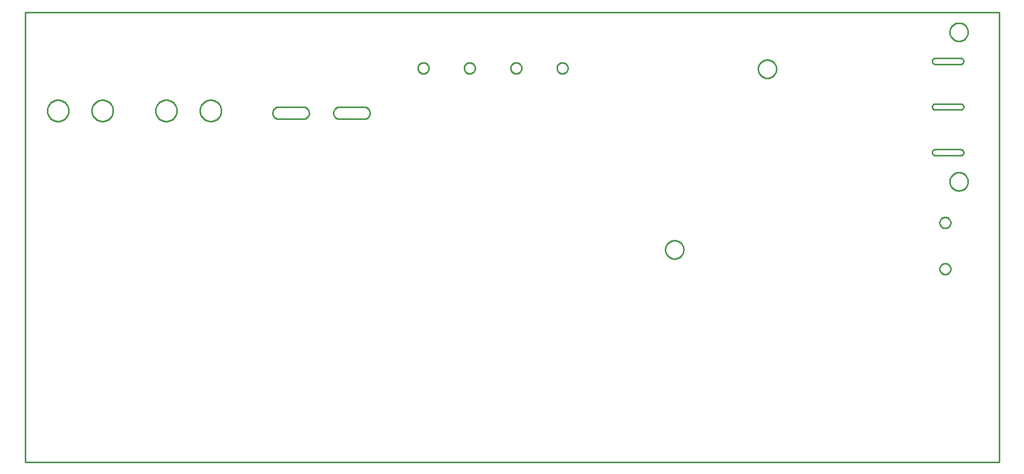
<source format=gbr>
G04 EAGLE Gerber RS-274X export*
G75*
%MOMM*%
%FSLAX34Y34*%
%LPD*%
%IN*%
%IPPOS*%
%AMOC8*
5,1,8,0,0,1.08239X$1,22.5*%
G01*
%ADD10C,0.254000*%


D10*
X0Y0D02*
X1600000Y0D01*
X1600000Y740000D01*
X0Y740000D01*
X0Y0D01*
X1495200Y504120D02*
X1536700Y504120D01*
X1537136Y504139D01*
X1537568Y504196D01*
X1537994Y504290D01*
X1538410Y504422D01*
X1538813Y504588D01*
X1539200Y504790D01*
X1539568Y505024D01*
X1539914Y505290D01*
X1540236Y505584D01*
X1540530Y505906D01*
X1540796Y506252D01*
X1541030Y506620D01*
X1541232Y507007D01*
X1541398Y507410D01*
X1541530Y507826D01*
X1541624Y508252D01*
X1541681Y508684D01*
X1541700Y509120D01*
X1541681Y509556D01*
X1541624Y509988D01*
X1541530Y510414D01*
X1541398Y510830D01*
X1541232Y511233D01*
X1541030Y511620D01*
X1540796Y511988D01*
X1540530Y512334D01*
X1540236Y512656D01*
X1539914Y512950D01*
X1539568Y513216D01*
X1539200Y513450D01*
X1538813Y513652D01*
X1538410Y513818D01*
X1537994Y513950D01*
X1537568Y514044D01*
X1537136Y514101D01*
X1536700Y514120D01*
X1495200Y514120D01*
X1494764Y514101D01*
X1494332Y514044D01*
X1493906Y513950D01*
X1493490Y513818D01*
X1493087Y513652D01*
X1492700Y513450D01*
X1492332Y513216D01*
X1491986Y512950D01*
X1491664Y512656D01*
X1491370Y512334D01*
X1491104Y511988D01*
X1490870Y511620D01*
X1490668Y511233D01*
X1490502Y510830D01*
X1490370Y510414D01*
X1490276Y509988D01*
X1490219Y509556D01*
X1490200Y509120D01*
X1490219Y508684D01*
X1490276Y508252D01*
X1490370Y507826D01*
X1490502Y507410D01*
X1490668Y507007D01*
X1490870Y506620D01*
X1491104Y506252D01*
X1491370Y505906D01*
X1491664Y505584D01*
X1491986Y505290D01*
X1492332Y505024D01*
X1492700Y504790D01*
X1493087Y504588D01*
X1493490Y504422D01*
X1493906Y504290D01*
X1494332Y504196D01*
X1494764Y504139D01*
X1495200Y504120D01*
X1495200Y579200D02*
X1536700Y579200D01*
X1537136Y579219D01*
X1537568Y579276D01*
X1537994Y579370D01*
X1538410Y579502D01*
X1538813Y579668D01*
X1539200Y579870D01*
X1539568Y580104D01*
X1539914Y580370D01*
X1540236Y580664D01*
X1540530Y580986D01*
X1540796Y581332D01*
X1541030Y581700D01*
X1541232Y582087D01*
X1541398Y582490D01*
X1541530Y582906D01*
X1541624Y583332D01*
X1541681Y583764D01*
X1541700Y584200D01*
X1541681Y584636D01*
X1541624Y585068D01*
X1541530Y585494D01*
X1541398Y585910D01*
X1541232Y586313D01*
X1541030Y586700D01*
X1540796Y587068D01*
X1540530Y587414D01*
X1540236Y587736D01*
X1539914Y588030D01*
X1539568Y588296D01*
X1539200Y588530D01*
X1538813Y588732D01*
X1538410Y588898D01*
X1537994Y589030D01*
X1537568Y589124D01*
X1537136Y589181D01*
X1536700Y589200D01*
X1495200Y589200D01*
X1494764Y589181D01*
X1494332Y589124D01*
X1493906Y589030D01*
X1493490Y588898D01*
X1493087Y588732D01*
X1492700Y588530D01*
X1492332Y588296D01*
X1491986Y588030D01*
X1491664Y587736D01*
X1491370Y587414D01*
X1491104Y587068D01*
X1490870Y586700D01*
X1490668Y586313D01*
X1490502Y585910D01*
X1490370Y585494D01*
X1490276Y585068D01*
X1490219Y584636D01*
X1490200Y584200D01*
X1490219Y583764D01*
X1490276Y583332D01*
X1490370Y582906D01*
X1490502Y582490D01*
X1490668Y582087D01*
X1490870Y581700D01*
X1491104Y581332D01*
X1491370Y580986D01*
X1491664Y580664D01*
X1491986Y580370D01*
X1492332Y580104D01*
X1492700Y579870D01*
X1493087Y579668D01*
X1493490Y579502D01*
X1493906Y579370D01*
X1494332Y579276D01*
X1494764Y579219D01*
X1495200Y579200D01*
X1495200Y654280D02*
X1536700Y654280D01*
X1537136Y654299D01*
X1537568Y654356D01*
X1537994Y654450D01*
X1538410Y654582D01*
X1538813Y654748D01*
X1539200Y654950D01*
X1539568Y655184D01*
X1539914Y655450D01*
X1540236Y655744D01*
X1540530Y656066D01*
X1540796Y656412D01*
X1541030Y656780D01*
X1541232Y657167D01*
X1541398Y657570D01*
X1541530Y657986D01*
X1541624Y658412D01*
X1541681Y658844D01*
X1541700Y659280D01*
X1541681Y659716D01*
X1541624Y660148D01*
X1541530Y660574D01*
X1541398Y660990D01*
X1541232Y661393D01*
X1541030Y661780D01*
X1540796Y662148D01*
X1540530Y662494D01*
X1540236Y662816D01*
X1539914Y663110D01*
X1539568Y663376D01*
X1539200Y663610D01*
X1538813Y663812D01*
X1538410Y663978D01*
X1537994Y664110D01*
X1537568Y664204D01*
X1537136Y664261D01*
X1536700Y664280D01*
X1495200Y664280D01*
X1494764Y664261D01*
X1494332Y664204D01*
X1493906Y664110D01*
X1493490Y663978D01*
X1493087Y663812D01*
X1492700Y663610D01*
X1492332Y663376D01*
X1491986Y663110D01*
X1491664Y662816D01*
X1491370Y662494D01*
X1491104Y662148D01*
X1490870Y661780D01*
X1490668Y661393D01*
X1490502Y660990D01*
X1490370Y660574D01*
X1490276Y660148D01*
X1490219Y659716D01*
X1490200Y659280D01*
X1490219Y658844D01*
X1490276Y658412D01*
X1490370Y657986D01*
X1490502Y657570D01*
X1490668Y657167D01*
X1490870Y656780D01*
X1491104Y656412D01*
X1491370Y656066D01*
X1491664Y655744D01*
X1491986Y655450D01*
X1492332Y655184D01*
X1492700Y654950D01*
X1493087Y654748D01*
X1493490Y654582D01*
X1493906Y654450D01*
X1494332Y654356D01*
X1494764Y654299D01*
X1495200Y654280D01*
X416410Y564040D02*
X456410Y564040D01*
X457282Y564078D01*
X458146Y564192D01*
X458998Y564381D01*
X459830Y564643D01*
X460636Y564977D01*
X461410Y565380D01*
X462146Y565848D01*
X462838Y566380D01*
X463481Y566969D01*
X464070Y567612D01*
X464602Y568304D01*
X465070Y569040D01*
X465473Y569814D01*
X465807Y570620D01*
X466069Y571452D01*
X466258Y572304D01*
X466372Y573168D01*
X466410Y574040D01*
X466372Y574912D01*
X466258Y575776D01*
X466069Y576628D01*
X465807Y577460D01*
X465473Y578266D01*
X465070Y579040D01*
X464602Y579776D01*
X464070Y580468D01*
X463481Y581111D01*
X462838Y581700D01*
X462146Y582232D01*
X461410Y582700D01*
X460636Y583103D01*
X459830Y583437D01*
X458998Y583699D01*
X458146Y583888D01*
X457282Y584002D01*
X456410Y584040D01*
X416410Y584040D01*
X415538Y584002D01*
X414674Y583888D01*
X413822Y583699D01*
X412990Y583437D01*
X412184Y583103D01*
X411410Y582700D01*
X410674Y582232D01*
X409982Y581700D01*
X409339Y581111D01*
X408750Y580468D01*
X408218Y579776D01*
X407750Y579040D01*
X407347Y578266D01*
X407013Y577460D01*
X406751Y576628D01*
X406562Y575776D01*
X406448Y574912D01*
X406410Y574040D01*
X406448Y573168D01*
X406562Y572304D01*
X406751Y571452D01*
X407013Y570620D01*
X407347Y569814D01*
X407750Y569040D01*
X408218Y568304D01*
X408750Y567612D01*
X409339Y566969D01*
X409982Y566380D01*
X410674Y565848D01*
X411410Y565380D01*
X412184Y564977D01*
X412990Y564643D01*
X413822Y564381D01*
X414674Y564192D01*
X415538Y564078D01*
X416410Y564040D01*
X516410Y564040D02*
X556410Y564040D01*
X557282Y564078D01*
X558146Y564192D01*
X558998Y564381D01*
X559830Y564643D01*
X560636Y564977D01*
X561410Y565380D01*
X562146Y565848D01*
X562838Y566380D01*
X563481Y566969D01*
X564070Y567612D01*
X564602Y568304D01*
X565070Y569040D01*
X565473Y569814D01*
X565807Y570620D01*
X566069Y571452D01*
X566258Y572304D01*
X566372Y573168D01*
X566410Y574040D01*
X566372Y574912D01*
X566258Y575776D01*
X566069Y576628D01*
X565807Y577460D01*
X565473Y578266D01*
X565070Y579040D01*
X564602Y579776D01*
X564070Y580468D01*
X563481Y581111D01*
X562838Y581700D01*
X562146Y582232D01*
X561410Y582700D01*
X560636Y583103D01*
X559830Y583437D01*
X558998Y583699D01*
X558146Y583888D01*
X557282Y584002D01*
X556410Y584040D01*
X516410Y584040D01*
X515538Y584002D01*
X514674Y583888D01*
X513822Y583699D01*
X512990Y583437D01*
X512184Y583103D01*
X511410Y582700D01*
X510674Y582232D01*
X509982Y581700D01*
X509339Y581111D01*
X508750Y580468D01*
X508218Y579776D01*
X507750Y579040D01*
X507347Y578266D01*
X507013Y577460D01*
X506751Y576628D01*
X506562Y575776D01*
X506448Y574912D01*
X506410Y574040D01*
X506448Y573168D01*
X506562Y572304D01*
X506751Y571452D01*
X507013Y570620D01*
X507347Y569814D01*
X507750Y569040D01*
X508218Y568304D01*
X508750Y567612D01*
X509339Y566969D01*
X509982Y566380D01*
X510674Y565848D01*
X511410Y565380D01*
X512184Y564977D01*
X512990Y564643D01*
X513822Y564381D01*
X514674Y564192D01*
X515538Y564078D01*
X516410Y564040D01*
X1511843Y402600D02*
X1512626Y402532D01*
X1513400Y402395D01*
X1514159Y402192D01*
X1514897Y401923D01*
X1515610Y401591D01*
X1516290Y401198D01*
X1516934Y400747D01*
X1517536Y400242D01*
X1518092Y399686D01*
X1518597Y399084D01*
X1519048Y398440D01*
X1519441Y397760D01*
X1519773Y397047D01*
X1520042Y396309D01*
X1520245Y395550D01*
X1520382Y394776D01*
X1520450Y393993D01*
X1520450Y393207D01*
X1520382Y392424D01*
X1520245Y391650D01*
X1520042Y390891D01*
X1519773Y390153D01*
X1519441Y389440D01*
X1519048Y388760D01*
X1518597Y388116D01*
X1518092Y387514D01*
X1517536Y386958D01*
X1516934Y386453D01*
X1516290Y386002D01*
X1515610Y385609D01*
X1514897Y385277D01*
X1514159Y385008D01*
X1513400Y384805D01*
X1512626Y384669D01*
X1511843Y384600D01*
X1511057Y384600D01*
X1510274Y384669D01*
X1509500Y384805D01*
X1508741Y385008D01*
X1508003Y385277D01*
X1507290Y385609D01*
X1506610Y386002D01*
X1505966Y386453D01*
X1505364Y386958D01*
X1504808Y387514D01*
X1504303Y388116D01*
X1503852Y388760D01*
X1503459Y389440D01*
X1503127Y390153D01*
X1502858Y390891D01*
X1502655Y391650D01*
X1502519Y392424D01*
X1502450Y393207D01*
X1502450Y393993D01*
X1502519Y394776D01*
X1502655Y395550D01*
X1502858Y396309D01*
X1503127Y397047D01*
X1503459Y397760D01*
X1503852Y398440D01*
X1504303Y399084D01*
X1504808Y399686D01*
X1505364Y400242D01*
X1505966Y400747D01*
X1506610Y401198D01*
X1507290Y401591D01*
X1508003Y401923D01*
X1508741Y402192D01*
X1509500Y402395D01*
X1510274Y402532D01*
X1511057Y402600D01*
X1511843Y402600D01*
X1511843Y326600D02*
X1512626Y326532D01*
X1513400Y326395D01*
X1514159Y326192D01*
X1514897Y325923D01*
X1515610Y325591D01*
X1516290Y325198D01*
X1516934Y324747D01*
X1517536Y324242D01*
X1518092Y323686D01*
X1518597Y323084D01*
X1519048Y322440D01*
X1519441Y321760D01*
X1519773Y321047D01*
X1520042Y320309D01*
X1520245Y319550D01*
X1520382Y318776D01*
X1520450Y317993D01*
X1520450Y317207D01*
X1520382Y316424D01*
X1520245Y315650D01*
X1520042Y314891D01*
X1519773Y314153D01*
X1519441Y313440D01*
X1519048Y312760D01*
X1518597Y312116D01*
X1518092Y311514D01*
X1517536Y310958D01*
X1516934Y310453D01*
X1516290Y310002D01*
X1515610Y309609D01*
X1514897Y309277D01*
X1514159Y309008D01*
X1513400Y308805D01*
X1512626Y308669D01*
X1511843Y308600D01*
X1511057Y308600D01*
X1510274Y308669D01*
X1509500Y308805D01*
X1508741Y309008D01*
X1508003Y309277D01*
X1507290Y309609D01*
X1506610Y310002D01*
X1505966Y310453D01*
X1505364Y310958D01*
X1504808Y311514D01*
X1504303Y312116D01*
X1503852Y312760D01*
X1503459Y313440D01*
X1503127Y314153D01*
X1502858Y314891D01*
X1502655Y315650D01*
X1502519Y316424D01*
X1502450Y317207D01*
X1502450Y317993D01*
X1502519Y318776D01*
X1502655Y319550D01*
X1502858Y320309D01*
X1503127Y321047D01*
X1503459Y321760D01*
X1503852Y322440D01*
X1504303Y323084D01*
X1504808Y323686D01*
X1505364Y324242D01*
X1505966Y324747D01*
X1506610Y325198D01*
X1507290Y325591D01*
X1508003Y325923D01*
X1508741Y326192D01*
X1509500Y326395D01*
X1510274Y326532D01*
X1511057Y326600D01*
X1511843Y326600D01*
X1218664Y631430D02*
X1217596Y631506D01*
X1216535Y631659D01*
X1215488Y631887D01*
X1214460Y632189D01*
X1213456Y632563D01*
X1212481Y633008D01*
X1211541Y633522D01*
X1210640Y634101D01*
X1209782Y634743D01*
X1208972Y635445D01*
X1208215Y636202D01*
X1207513Y637012D01*
X1206871Y637870D01*
X1206292Y638771D01*
X1205778Y639711D01*
X1205333Y640686D01*
X1204959Y641690D01*
X1204657Y642718D01*
X1204429Y643765D01*
X1204276Y644826D01*
X1204200Y645894D01*
X1204200Y646966D01*
X1204276Y648034D01*
X1204429Y649095D01*
X1204657Y650142D01*
X1204959Y651170D01*
X1205333Y652174D01*
X1205778Y653149D01*
X1206292Y654089D01*
X1206871Y654990D01*
X1207513Y655848D01*
X1208215Y656658D01*
X1208972Y657415D01*
X1209782Y658117D01*
X1210640Y658759D01*
X1211541Y659338D01*
X1212481Y659852D01*
X1213456Y660297D01*
X1214460Y660671D01*
X1215488Y660973D01*
X1216535Y661201D01*
X1217596Y661354D01*
X1218664Y661430D01*
X1219736Y661430D01*
X1220804Y661354D01*
X1221865Y661201D01*
X1222912Y660973D01*
X1223940Y660671D01*
X1224944Y660297D01*
X1225919Y659852D01*
X1226859Y659338D01*
X1227760Y658759D01*
X1228618Y658117D01*
X1229428Y657415D01*
X1230185Y656658D01*
X1230887Y655848D01*
X1231529Y654990D01*
X1232108Y654089D01*
X1232622Y653149D01*
X1233067Y652174D01*
X1233441Y651170D01*
X1233743Y650142D01*
X1233971Y649095D01*
X1234124Y648034D01*
X1234200Y646966D01*
X1234200Y645894D01*
X1234124Y644826D01*
X1233971Y643765D01*
X1233743Y642718D01*
X1233441Y641690D01*
X1233067Y640686D01*
X1232622Y639711D01*
X1232108Y638771D01*
X1231529Y637870D01*
X1230887Y637012D01*
X1230185Y636202D01*
X1229428Y635445D01*
X1228618Y634743D01*
X1227760Y634101D01*
X1226859Y633522D01*
X1225919Y633008D01*
X1224944Y632563D01*
X1223940Y632189D01*
X1222912Y631887D01*
X1221865Y631659D01*
X1220804Y631506D01*
X1219736Y631430D01*
X1218664Y631430D01*
X1066264Y334250D02*
X1065196Y334326D01*
X1064135Y334479D01*
X1063088Y334707D01*
X1062060Y335009D01*
X1061056Y335383D01*
X1060081Y335828D01*
X1059141Y336342D01*
X1058240Y336921D01*
X1057382Y337563D01*
X1056572Y338265D01*
X1055815Y339022D01*
X1055113Y339832D01*
X1054471Y340690D01*
X1053892Y341591D01*
X1053378Y342531D01*
X1052933Y343506D01*
X1052559Y344510D01*
X1052257Y345538D01*
X1052029Y346585D01*
X1051876Y347646D01*
X1051800Y348714D01*
X1051800Y349786D01*
X1051876Y350854D01*
X1052029Y351915D01*
X1052257Y352962D01*
X1052559Y353990D01*
X1052933Y354994D01*
X1053378Y355969D01*
X1053892Y356909D01*
X1054471Y357810D01*
X1055113Y358668D01*
X1055815Y359478D01*
X1056572Y360235D01*
X1057382Y360937D01*
X1058240Y361579D01*
X1059141Y362158D01*
X1060081Y362672D01*
X1061056Y363117D01*
X1062060Y363491D01*
X1063088Y363793D01*
X1064135Y364021D01*
X1065196Y364174D01*
X1066264Y364250D01*
X1067336Y364250D01*
X1068404Y364174D01*
X1069465Y364021D01*
X1070512Y363793D01*
X1071540Y363491D01*
X1072544Y363117D01*
X1073519Y362672D01*
X1074459Y362158D01*
X1075360Y361579D01*
X1076218Y360937D01*
X1077028Y360235D01*
X1077785Y359478D01*
X1078487Y358668D01*
X1079129Y357810D01*
X1079708Y356909D01*
X1080222Y355969D01*
X1080667Y354994D01*
X1081041Y353990D01*
X1081343Y352962D01*
X1081571Y351915D01*
X1081724Y350854D01*
X1081800Y349786D01*
X1081800Y348714D01*
X1081724Y347646D01*
X1081571Y346585D01*
X1081343Y345538D01*
X1081041Y344510D01*
X1080667Y343506D01*
X1080222Y342531D01*
X1079708Y341591D01*
X1079129Y340690D01*
X1078487Y339832D01*
X1077785Y339022D01*
X1077028Y338265D01*
X1076218Y337563D01*
X1075360Y336921D01*
X1074459Y336342D01*
X1073519Y335828D01*
X1072544Y335383D01*
X1071540Y335009D01*
X1070512Y334707D01*
X1069465Y334479D01*
X1068404Y334326D01*
X1067336Y334250D01*
X1066264Y334250D01*
X797550Y648243D02*
X797619Y649026D01*
X797755Y649800D01*
X797958Y650559D01*
X798227Y651297D01*
X798559Y652010D01*
X798952Y652690D01*
X799403Y653334D01*
X799908Y653936D01*
X800464Y654492D01*
X801066Y654997D01*
X801710Y655448D01*
X802390Y655841D01*
X803103Y656173D01*
X803841Y656442D01*
X804600Y656645D01*
X805374Y656782D01*
X806157Y656850D01*
X806943Y656850D01*
X807726Y656782D01*
X808500Y656645D01*
X809259Y656442D01*
X809997Y656173D01*
X810710Y655841D01*
X811390Y655448D01*
X812034Y654997D01*
X812636Y654492D01*
X813192Y653936D01*
X813697Y653334D01*
X814148Y652690D01*
X814541Y652010D01*
X814873Y651297D01*
X815142Y650559D01*
X815345Y649800D01*
X815482Y649026D01*
X815550Y648243D01*
X815550Y647457D01*
X815482Y646674D01*
X815345Y645900D01*
X815142Y645141D01*
X814873Y644403D01*
X814541Y643690D01*
X814148Y643010D01*
X813697Y642366D01*
X813192Y641764D01*
X812636Y641208D01*
X812034Y640703D01*
X811390Y640252D01*
X810710Y639859D01*
X809997Y639527D01*
X809259Y639258D01*
X808500Y639055D01*
X807726Y638919D01*
X806943Y638850D01*
X806157Y638850D01*
X805374Y638919D01*
X804600Y639055D01*
X803841Y639258D01*
X803103Y639527D01*
X802390Y639859D01*
X801710Y640252D01*
X801066Y640703D01*
X800464Y641208D01*
X799908Y641764D01*
X799403Y642366D01*
X798952Y643010D01*
X798559Y643690D01*
X798227Y644403D01*
X797958Y645141D01*
X797755Y645900D01*
X797619Y646674D01*
X797550Y647457D01*
X797550Y648243D01*
X873550Y648243D02*
X873619Y649026D01*
X873755Y649800D01*
X873958Y650559D01*
X874227Y651297D01*
X874559Y652010D01*
X874952Y652690D01*
X875403Y653334D01*
X875908Y653936D01*
X876464Y654492D01*
X877066Y654997D01*
X877710Y655448D01*
X878390Y655841D01*
X879103Y656173D01*
X879841Y656442D01*
X880600Y656645D01*
X881374Y656782D01*
X882157Y656850D01*
X882943Y656850D01*
X883726Y656782D01*
X884500Y656645D01*
X885259Y656442D01*
X885997Y656173D01*
X886710Y655841D01*
X887390Y655448D01*
X888034Y654997D01*
X888636Y654492D01*
X889192Y653936D01*
X889697Y653334D01*
X890148Y652690D01*
X890541Y652010D01*
X890873Y651297D01*
X891142Y650559D01*
X891345Y649800D01*
X891482Y649026D01*
X891550Y648243D01*
X891550Y647457D01*
X891482Y646674D01*
X891345Y645900D01*
X891142Y645141D01*
X890873Y644403D01*
X890541Y643690D01*
X890148Y643010D01*
X889697Y642366D01*
X889192Y641764D01*
X888636Y641208D01*
X888034Y640703D01*
X887390Y640252D01*
X886710Y639859D01*
X885997Y639527D01*
X885259Y639258D01*
X884500Y639055D01*
X883726Y638919D01*
X882943Y638850D01*
X882157Y638850D01*
X881374Y638919D01*
X880600Y639055D01*
X879841Y639258D01*
X879103Y639527D01*
X878390Y639859D01*
X877710Y640252D01*
X877066Y640703D01*
X876464Y641208D01*
X875908Y641764D01*
X875403Y642366D01*
X874952Y643010D01*
X874559Y643690D01*
X874227Y644403D01*
X873958Y645141D01*
X873755Y645900D01*
X873619Y646674D01*
X873550Y647457D01*
X873550Y648243D01*
X645150Y648243D02*
X645219Y649026D01*
X645355Y649800D01*
X645558Y650559D01*
X645827Y651297D01*
X646159Y652010D01*
X646552Y652690D01*
X647003Y653334D01*
X647508Y653936D01*
X648064Y654492D01*
X648666Y654997D01*
X649310Y655448D01*
X649990Y655841D01*
X650703Y656173D01*
X651441Y656442D01*
X652200Y656645D01*
X652974Y656782D01*
X653757Y656850D01*
X654543Y656850D01*
X655326Y656782D01*
X656100Y656645D01*
X656859Y656442D01*
X657597Y656173D01*
X658310Y655841D01*
X658990Y655448D01*
X659634Y654997D01*
X660236Y654492D01*
X660792Y653936D01*
X661297Y653334D01*
X661748Y652690D01*
X662141Y652010D01*
X662473Y651297D01*
X662742Y650559D01*
X662945Y649800D01*
X663082Y649026D01*
X663150Y648243D01*
X663150Y647457D01*
X663082Y646674D01*
X662945Y645900D01*
X662742Y645141D01*
X662473Y644403D01*
X662141Y643690D01*
X661748Y643010D01*
X661297Y642366D01*
X660792Y641764D01*
X660236Y641208D01*
X659634Y640703D01*
X658990Y640252D01*
X658310Y639859D01*
X657597Y639527D01*
X656859Y639258D01*
X656100Y639055D01*
X655326Y638919D01*
X654543Y638850D01*
X653757Y638850D01*
X652974Y638919D01*
X652200Y639055D01*
X651441Y639258D01*
X650703Y639527D01*
X649990Y639859D01*
X649310Y640252D01*
X648666Y640703D01*
X648064Y641208D01*
X647508Y641764D01*
X647003Y642366D01*
X646552Y643010D01*
X646159Y643690D01*
X645827Y644403D01*
X645558Y645141D01*
X645355Y645900D01*
X645219Y646674D01*
X645150Y647457D01*
X645150Y648243D01*
X721150Y648243D02*
X721219Y649026D01*
X721355Y649800D01*
X721558Y650559D01*
X721827Y651297D01*
X722159Y652010D01*
X722552Y652690D01*
X723003Y653334D01*
X723508Y653936D01*
X724064Y654492D01*
X724666Y654997D01*
X725310Y655448D01*
X725990Y655841D01*
X726703Y656173D01*
X727441Y656442D01*
X728200Y656645D01*
X728974Y656782D01*
X729757Y656850D01*
X730543Y656850D01*
X731326Y656782D01*
X732100Y656645D01*
X732859Y656442D01*
X733597Y656173D01*
X734310Y655841D01*
X734990Y655448D01*
X735634Y654997D01*
X736236Y654492D01*
X736792Y653936D01*
X737297Y653334D01*
X737748Y652690D01*
X738141Y652010D01*
X738473Y651297D01*
X738742Y650559D01*
X738945Y649800D01*
X739082Y649026D01*
X739150Y648243D01*
X739150Y647457D01*
X739082Y646674D01*
X738945Y645900D01*
X738742Y645141D01*
X738473Y644403D01*
X738141Y643690D01*
X737748Y643010D01*
X737297Y642366D01*
X736792Y641764D01*
X736236Y641208D01*
X735634Y640703D01*
X734990Y640252D01*
X734310Y639859D01*
X733597Y639527D01*
X732859Y639258D01*
X732100Y639055D01*
X731326Y638919D01*
X730543Y638850D01*
X729757Y638850D01*
X728974Y638919D01*
X728200Y639055D01*
X727441Y639258D01*
X726703Y639527D01*
X725990Y639859D01*
X725310Y640252D01*
X724666Y640703D01*
X724064Y641208D01*
X723508Y641764D01*
X723003Y642366D01*
X722552Y643010D01*
X722159Y643690D01*
X721827Y644403D01*
X721558Y645141D01*
X721355Y645900D01*
X721219Y646674D01*
X721150Y647457D01*
X721150Y648243D01*
X1534536Y722180D02*
X1535604Y722104D01*
X1536665Y721951D01*
X1537712Y721723D01*
X1538740Y721421D01*
X1539744Y721047D01*
X1540719Y720602D01*
X1541659Y720088D01*
X1542560Y719509D01*
X1543418Y718867D01*
X1544228Y718165D01*
X1544985Y717408D01*
X1545687Y716598D01*
X1546329Y715740D01*
X1546908Y714839D01*
X1547422Y713899D01*
X1547867Y712924D01*
X1548241Y711920D01*
X1548543Y710892D01*
X1548771Y709845D01*
X1548924Y708784D01*
X1549000Y707716D01*
X1549000Y706644D01*
X1548924Y705576D01*
X1548771Y704515D01*
X1548543Y703468D01*
X1548241Y702440D01*
X1547867Y701436D01*
X1547422Y700461D01*
X1546908Y699521D01*
X1546329Y698620D01*
X1545687Y697762D01*
X1544985Y696952D01*
X1544228Y696195D01*
X1543418Y695493D01*
X1542560Y694851D01*
X1541659Y694272D01*
X1540719Y693758D01*
X1539744Y693313D01*
X1538740Y692939D01*
X1537712Y692637D01*
X1536665Y692409D01*
X1535604Y692256D01*
X1534536Y692180D01*
X1533464Y692180D01*
X1532396Y692256D01*
X1531335Y692409D01*
X1530288Y692637D01*
X1529260Y692939D01*
X1528256Y693313D01*
X1527281Y693758D01*
X1526341Y694272D01*
X1525440Y694851D01*
X1524582Y695493D01*
X1523772Y696195D01*
X1523015Y696952D01*
X1522313Y697762D01*
X1521671Y698620D01*
X1521092Y699521D01*
X1520578Y700461D01*
X1520133Y701436D01*
X1519759Y702440D01*
X1519457Y703468D01*
X1519229Y704515D01*
X1519076Y705576D01*
X1519000Y706644D01*
X1519000Y707716D01*
X1519076Y708784D01*
X1519229Y709845D01*
X1519457Y710892D01*
X1519759Y711920D01*
X1520133Y712924D01*
X1520578Y713899D01*
X1521092Y714839D01*
X1521671Y715740D01*
X1522313Y716598D01*
X1523015Y717408D01*
X1523772Y718165D01*
X1524582Y718867D01*
X1525440Y719509D01*
X1526341Y720088D01*
X1527281Y720602D01*
X1528256Y721047D01*
X1529260Y721421D01*
X1530288Y721723D01*
X1531335Y721951D01*
X1532396Y722104D01*
X1533464Y722180D01*
X1534536Y722180D01*
X1534536Y476220D02*
X1535604Y476144D01*
X1536665Y475991D01*
X1537712Y475763D01*
X1538740Y475461D01*
X1539744Y475087D01*
X1540719Y474642D01*
X1541659Y474128D01*
X1542560Y473549D01*
X1543418Y472907D01*
X1544228Y472205D01*
X1544985Y471448D01*
X1545687Y470638D01*
X1546329Y469780D01*
X1546908Y468879D01*
X1547422Y467939D01*
X1547867Y466964D01*
X1548241Y465960D01*
X1548543Y464932D01*
X1548771Y463885D01*
X1548924Y462824D01*
X1549000Y461756D01*
X1549000Y460684D01*
X1548924Y459616D01*
X1548771Y458555D01*
X1548543Y457508D01*
X1548241Y456480D01*
X1547867Y455476D01*
X1547422Y454501D01*
X1546908Y453561D01*
X1546329Y452660D01*
X1545687Y451802D01*
X1544985Y450992D01*
X1544228Y450235D01*
X1543418Y449533D01*
X1542560Y448891D01*
X1541659Y448312D01*
X1540719Y447798D01*
X1539744Y447353D01*
X1538740Y446979D01*
X1537712Y446677D01*
X1536665Y446449D01*
X1535604Y446296D01*
X1534536Y446220D01*
X1533464Y446220D01*
X1532396Y446296D01*
X1531335Y446449D01*
X1530288Y446677D01*
X1529260Y446979D01*
X1528256Y447353D01*
X1527281Y447798D01*
X1526341Y448312D01*
X1525440Y448891D01*
X1524582Y449533D01*
X1523772Y450235D01*
X1523015Y450992D01*
X1522313Y451802D01*
X1521671Y452660D01*
X1521092Y453561D01*
X1520578Y454501D01*
X1520133Y455476D01*
X1519759Y456480D01*
X1519457Y457508D01*
X1519229Y458555D01*
X1519076Y459616D01*
X1519000Y460684D01*
X1519000Y461756D01*
X1519076Y462824D01*
X1519229Y463885D01*
X1519457Y464932D01*
X1519759Y465960D01*
X1520133Y466964D01*
X1520578Y467939D01*
X1521092Y468879D01*
X1521671Y469780D01*
X1522313Y470638D01*
X1523015Y471448D01*
X1523772Y472205D01*
X1524582Y472907D01*
X1525440Y473549D01*
X1526341Y474128D01*
X1527281Y474642D01*
X1528256Y475087D01*
X1529260Y475461D01*
X1530288Y475763D01*
X1531335Y475991D01*
X1532396Y476144D01*
X1533464Y476220D01*
X1534536Y476220D01*
X71400Y577277D02*
X71325Y576134D01*
X71176Y574998D01*
X70952Y573874D01*
X70655Y572767D01*
X70287Y571682D01*
X69849Y570624D01*
X69342Y569596D01*
X68769Y568604D01*
X68132Y567651D01*
X67435Y566742D01*
X66679Y565881D01*
X65869Y565071D01*
X65008Y564315D01*
X64099Y563618D01*
X63146Y562981D01*
X62154Y562408D01*
X61126Y561901D01*
X60068Y561463D01*
X58983Y561095D01*
X57876Y560798D01*
X56752Y560575D01*
X55616Y560425D01*
X54473Y560350D01*
X53327Y560350D01*
X52184Y560425D01*
X51048Y560575D01*
X49924Y560798D01*
X48817Y561095D01*
X47732Y561463D01*
X46674Y561901D01*
X45646Y562408D01*
X44654Y562981D01*
X43701Y563618D01*
X42792Y564315D01*
X41931Y565071D01*
X41121Y565881D01*
X40365Y566742D01*
X39668Y567651D01*
X39031Y568604D01*
X38458Y569596D01*
X37951Y570624D01*
X37513Y571682D01*
X37145Y572767D01*
X36848Y573874D01*
X36625Y574998D01*
X36475Y576134D01*
X36400Y577277D01*
X36400Y578423D01*
X36475Y579566D01*
X36625Y580702D01*
X36848Y581826D01*
X37145Y582933D01*
X37513Y584018D01*
X37951Y585076D01*
X38458Y586104D01*
X39031Y587096D01*
X39668Y588049D01*
X40365Y588958D01*
X41121Y589819D01*
X41931Y590629D01*
X42792Y591385D01*
X43701Y592082D01*
X44654Y592719D01*
X45646Y593292D01*
X46674Y593799D01*
X47732Y594237D01*
X48817Y594605D01*
X49924Y594902D01*
X51048Y595126D01*
X52184Y595275D01*
X53327Y595350D01*
X54473Y595350D01*
X55616Y595275D01*
X56752Y595126D01*
X57876Y594902D01*
X58983Y594605D01*
X60068Y594237D01*
X61126Y593799D01*
X62154Y593292D01*
X63146Y592719D01*
X64099Y592082D01*
X65008Y591385D01*
X65869Y590629D01*
X66679Y589819D01*
X67435Y588958D01*
X68132Y588049D01*
X68769Y587096D01*
X69342Y586104D01*
X69849Y585076D01*
X70287Y584018D01*
X70655Y582933D01*
X70952Y581826D01*
X71176Y580702D01*
X71325Y579566D01*
X71400Y578423D01*
X71400Y577277D01*
X144400Y577277D02*
X144325Y576134D01*
X144176Y574998D01*
X143952Y573874D01*
X143655Y572767D01*
X143287Y571682D01*
X142849Y570624D01*
X142342Y569596D01*
X141769Y568604D01*
X141132Y567651D01*
X140435Y566742D01*
X139679Y565881D01*
X138869Y565071D01*
X138008Y564315D01*
X137099Y563618D01*
X136146Y562981D01*
X135154Y562408D01*
X134126Y561901D01*
X133068Y561463D01*
X131983Y561095D01*
X130876Y560798D01*
X129752Y560575D01*
X128616Y560425D01*
X127473Y560350D01*
X126327Y560350D01*
X125184Y560425D01*
X124048Y560575D01*
X122924Y560798D01*
X121817Y561095D01*
X120732Y561463D01*
X119674Y561901D01*
X118646Y562408D01*
X117654Y562981D01*
X116701Y563618D01*
X115792Y564315D01*
X114931Y565071D01*
X114121Y565881D01*
X113365Y566742D01*
X112668Y567651D01*
X112031Y568604D01*
X111458Y569596D01*
X110951Y570624D01*
X110513Y571682D01*
X110145Y572767D01*
X109848Y573874D01*
X109625Y574998D01*
X109475Y576134D01*
X109400Y577277D01*
X109400Y578423D01*
X109475Y579566D01*
X109625Y580702D01*
X109848Y581826D01*
X110145Y582933D01*
X110513Y584018D01*
X110951Y585076D01*
X111458Y586104D01*
X112031Y587096D01*
X112668Y588049D01*
X113365Y588958D01*
X114121Y589819D01*
X114931Y590629D01*
X115792Y591385D01*
X116701Y592082D01*
X117654Y592719D01*
X118646Y593292D01*
X119674Y593799D01*
X120732Y594237D01*
X121817Y594605D01*
X122924Y594902D01*
X124048Y595126D01*
X125184Y595275D01*
X126327Y595350D01*
X127473Y595350D01*
X128616Y595275D01*
X129752Y595126D01*
X130876Y594902D01*
X131983Y594605D01*
X133068Y594237D01*
X134126Y593799D01*
X135154Y593292D01*
X136146Y592719D01*
X137099Y592082D01*
X138008Y591385D01*
X138869Y590629D01*
X139679Y589819D01*
X140435Y588958D01*
X141132Y588049D01*
X141769Y587096D01*
X142342Y586104D01*
X142849Y585076D01*
X143287Y584018D01*
X143655Y582933D01*
X143952Y581826D01*
X144176Y580702D01*
X144325Y579566D01*
X144400Y578423D01*
X144400Y577277D01*
X249200Y577277D02*
X249125Y576134D01*
X248976Y574998D01*
X248752Y573874D01*
X248455Y572767D01*
X248087Y571682D01*
X247649Y570624D01*
X247142Y569596D01*
X246569Y568604D01*
X245932Y567651D01*
X245235Y566742D01*
X244479Y565881D01*
X243669Y565071D01*
X242808Y564315D01*
X241899Y563618D01*
X240946Y562981D01*
X239954Y562408D01*
X238926Y561901D01*
X237868Y561463D01*
X236783Y561095D01*
X235676Y560798D01*
X234552Y560575D01*
X233416Y560425D01*
X232273Y560350D01*
X231127Y560350D01*
X229984Y560425D01*
X228848Y560575D01*
X227724Y560798D01*
X226617Y561095D01*
X225532Y561463D01*
X224474Y561901D01*
X223446Y562408D01*
X222454Y562981D01*
X221501Y563618D01*
X220592Y564315D01*
X219731Y565071D01*
X218921Y565881D01*
X218165Y566742D01*
X217468Y567651D01*
X216831Y568604D01*
X216258Y569596D01*
X215751Y570624D01*
X215313Y571682D01*
X214945Y572767D01*
X214648Y573874D01*
X214425Y574998D01*
X214275Y576134D01*
X214200Y577277D01*
X214200Y578423D01*
X214275Y579566D01*
X214425Y580702D01*
X214648Y581826D01*
X214945Y582933D01*
X215313Y584018D01*
X215751Y585076D01*
X216258Y586104D01*
X216831Y587096D01*
X217468Y588049D01*
X218165Y588958D01*
X218921Y589819D01*
X219731Y590629D01*
X220592Y591385D01*
X221501Y592082D01*
X222454Y592719D01*
X223446Y593292D01*
X224474Y593799D01*
X225532Y594237D01*
X226617Y594605D01*
X227724Y594902D01*
X228848Y595126D01*
X229984Y595275D01*
X231127Y595350D01*
X232273Y595350D01*
X233416Y595275D01*
X234552Y595126D01*
X235676Y594902D01*
X236783Y594605D01*
X237868Y594237D01*
X238926Y593799D01*
X239954Y593292D01*
X240946Y592719D01*
X241899Y592082D01*
X242808Y591385D01*
X243669Y590629D01*
X244479Y589819D01*
X245235Y588958D01*
X245932Y588049D01*
X246569Y587096D01*
X247142Y586104D01*
X247649Y585076D01*
X248087Y584018D01*
X248455Y582933D01*
X248752Y581826D01*
X248976Y580702D01*
X249125Y579566D01*
X249200Y578423D01*
X249200Y577277D01*
X322200Y577277D02*
X322125Y576134D01*
X321976Y574998D01*
X321752Y573874D01*
X321455Y572767D01*
X321087Y571682D01*
X320649Y570624D01*
X320142Y569596D01*
X319569Y568604D01*
X318932Y567651D01*
X318235Y566742D01*
X317479Y565881D01*
X316669Y565071D01*
X315808Y564315D01*
X314899Y563618D01*
X313946Y562981D01*
X312954Y562408D01*
X311926Y561901D01*
X310868Y561463D01*
X309783Y561095D01*
X308676Y560798D01*
X307552Y560575D01*
X306416Y560425D01*
X305273Y560350D01*
X304127Y560350D01*
X302984Y560425D01*
X301848Y560575D01*
X300724Y560798D01*
X299617Y561095D01*
X298532Y561463D01*
X297474Y561901D01*
X296446Y562408D01*
X295454Y562981D01*
X294501Y563618D01*
X293592Y564315D01*
X292731Y565071D01*
X291921Y565881D01*
X291165Y566742D01*
X290468Y567651D01*
X289831Y568604D01*
X289258Y569596D01*
X288751Y570624D01*
X288313Y571682D01*
X287945Y572767D01*
X287648Y573874D01*
X287425Y574998D01*
X287275Y576134D01*
X287200Y577277D01*
X287200Y578423D01*
X287275Y579566D01*
X287425Y580702D01*
X287648Y581826D01*
X287945Y582933D01*
X288313Y584018D01*
X288751Y585076D01*
X289258Y586104D01*
X289831Y587096D01*
X290468Y588049D01*
X291165Y588958D01*
X291921Y589819D01*
X292731Y590629D01*
X293592Y591385D01*
X294501Y592082D01*
X295454Y592719D01*
X296446Y593292D01*
X297474Y593799D01*
X298532Y594237D01*
X299617Y594605D01*
X300724Y594902D01*
X301848Y595126D01*
X302984Y595275D01*
X304127Y595350D01*
X305273Y595350D01*
X306416Y595275D01*
X307552Y595126D01*
X308676Y594902D01*
X309783Y594605D01*
X310868Y594237D01*
X311926Y593799D01*
X312954Y593292D01*
X313946Y592719D01*
X314899Y592082D01*
X315808Y591385D01*
X316669Y590629D01*
X317479Y589819D01*
X318235Y588958D01*
X318932Y588049D01*
X319569Y587096D01*
X320142Y586104D01*
X320649Y585076D01*
X321087Y584018D01*
X321455Y582933D01*
X321752Y581826D01*
X321976Y580702D01*
X322125Y579566D01*
X322200Y578423D01*
X322200Y577277D01*
M02*

</source>
